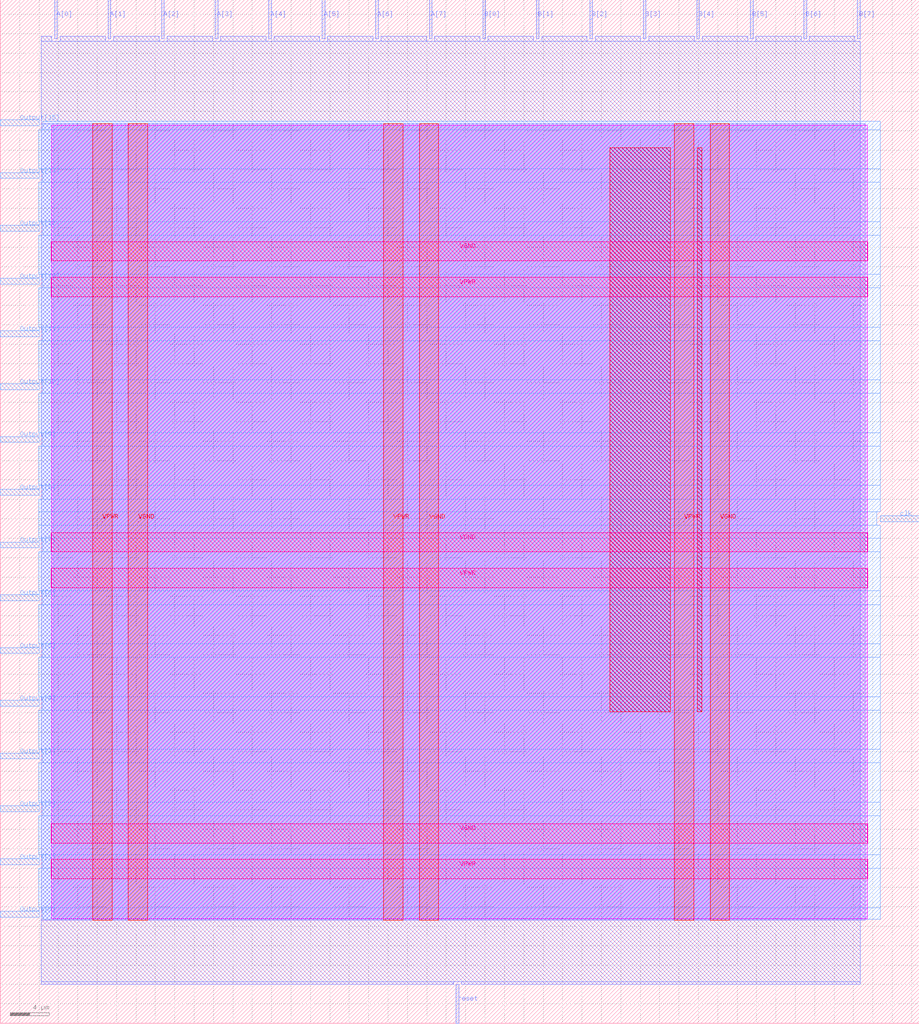
<source format=lef>
VERSION 5.7 ;
  NOWIREEXTENSIONATPIN ON ;
  DIVIDERCHAR "/" ;
  BUSBITCHARS "[]" ;
MACRO Top
  CLASS BLOCK ;
  FOREIGN Top ;
  ORIGIN 0.000 0.000 ;
  SIZE 94.785 BY 105.505 ;
  PIN A[0]
    DIRECTION INPUT ;
    USE SIGNAL ;
    ANTENNAGATEAREA 0.196500 ;
    PORT
      LAYER met2 ;
        RECT 5.610 101.505 5.890 105.505 ;
    END
  END A[0]
  PIN A[1]
    DIRECTION INPUT ;
    USE SIGNAL ;
    ANTENNAGATEAREA 0.196500 ;
    PORT
      LAYER met2 ;
        RECT 11.130 101.505 11.410 105.505 ;
    END
  END A[1]
  PIN A[2]
    DIRECTION INPUT ;
    USE SIGNAL ;
    ANTENNAGATEAREA 0.196500 ;
    PORT
      LAYER met2 ;
        RECT 16.650 101.505 16.930 105.505 ;
    END
  END A[2]
  PIN A[3]
    DIRECTION INPUT ;
    USE SIGNAL ;
    ANTENNAGATEAREA 0.196500 ;
    PORT
      LAYER met2 ;
        RECT 22.170 101.505 22.450 105.505 ;
    END
  END A[3]
  PIN A[4]
    DIRECTION INPUT ;
    USE SIGNAL ;
    ANTENNAGATEAREA 0.196500 ;
    PORT
      LAYER met2 ;
        RECT 27.690 101.505 27.970 105.505 ;
    END
  END A[4]
  PIN A[5]
    DIRECTION INPUT ;
    USE SIGNAL ;
    ANTENNAGATEAREA 0.196500 ;
    PORT
      LAYER met2 ;
        RECT 33.210 101.505 33.490 105.505 ;
    END
  END A[5]
  PIN A[6]
    DIRECTION INPUT ;
    USE SIGNAL ;
    ANTENNAGATEAREA 0.196500 ;
    PORT
      LAYER met2 ;
        RECT 38.730 101.505 39.010 105.505 ;
    END
  END A[6]
  PIN A[7]
    DIRECTION INPUT ;
    USE SIGNAL ;
    ANTENNAGATEAREA 0.196500 ;
    PORT
      LAYER met2 ;
        RECT 44.250 101.505 44.530 105.505 ;
    END
  END A[7]
  PIN B[0]
    DIRECTION INPUT ;
    USE SIGNAL ;
    ANTENNAGATEAREA 0.196500 ;
    PORT
      LAYER met2 ;
        RECT 49.770 101.505 50.050 105.505 ;
    END
  END B[0]
  PIN B[1]
    DIRECTION INPUT ;
    USE SIGNAL ;
    ANTENNAGATEAREA 0.196500 ;
    PORT
      LAYER met2 ;
        RECT 55.290 101.505 55.570 105.505 ;
    END
  END B[1]
  PIN B[2]
    DIRECTION INPUT ;
    USE SIGNAL ;
    ANTENNAGATEAREA 0.196500 ;
    PORT
      LAYER met2 ;
        RECT 60.810 101.505 61.090 105.505 ;
    END
  END B[2]
  PIN B[3]
    DIRECTION INPUT ;
    USE SIGNAL ;
    ANTENNAGATEAREA 0.196500 ;
    PORT
      LAYER met2 ;
        RECT 66.330 101.505 66.610 105.505 ;
    END
  END B[3]
  PIN B[4]
    DIRECTION INPUT ;
    USE SIGNAL ;
    ANTENNAGATEAREA 0.196500 ;
    PORT
      LAYER met2 ;
        RECT 71.850 101.505 72.130 105.505 ;
    END
  END B[4]
  PIN B[5]
    DIRECTION INPUT ;
    USE SIGNAL ;
    ANTENNAGATEAREA 0.196500 ;
    PORT
      LAYER met2 ;
        RECT 77.370 101.505 77.650 105.505 ;
    END
  END B[5]
  PIN B[6]
    DIRECTION INPUT ;
    USE SIGNAL ;
    ANTENNAGATEAREA 0.196500 ;
    PORT
      LAYER met2 ;
        RECT 82.890 101.505 83.170 105.505 ;
    END
  END B[6]
  PIN B[7]
    DIRECTION INPUT ;
    USE SIGNAL ;
    ANTENNAGATEAREA 0.196500 ;
    PORT
      LAYER met2 ;
        RECT 88.410 101.505 88.690 105.505 ;
    END
  END B[7]
  PIN Output[0]
    DIRECTION OUTPUT ;
    USE SIGNAL ;
    ANTENNADIFFAREA 0.340600 ;
    PORT
      LAYER met3 ;
        RECT 0.000 10.920 4.000 11.520 ;
    END
  END Output[0]
  PIN Output[10]
    DIRECTION OUTPUT ;
    USE SIGNAL ;
    ANTENNADIFFAREA 0.340600 ;
    PORT
      LAYER met3 ;
        RECT 0.000 65.320 4.000 65.920 ;
    END
  END Output[10]
  PIN Output[11]
    DIRECTION OUTPUT ;
    USE SIGNAL ;
    ANTENNADIFFAREA 0.340600 ;
    PORT
      LAYER met3 ;
        RECT 0.000 70.760 4.000 71.360 ;
    END
  END Output[11]
  PIN Output[12]
    DIRECTION OUTPUT ;
    USE SIGNAL ;
    ANTENNADIFFAREA 0.340600 ;
    PORT
      LAYER met3 ;
        RECT 0.000 76.200 4.000 76.800 ;
    END
  END Output[12]
  PIN Output[13]
    DIRECTION OUTPUT ;
    USE SIGNAL ;
    ANTENNADIFFAREA 0.340600 ;
    PORT
      LAYER met3 ;
        RECT 0.000 81.640 4.000 82.240 ;
    END
  END Output[13]
  PIN Output[14]
    DIRECTION OUTPUT ;
    USE SIGNAL ;
    ANTENNADIFFAREA 0.340600 ;
    PORT
      LAYER met3 ;
        RECT 0.000 87.080 4.000 87.680 ;
    END
  END Output[14]
  PIN Output[15]
    DIRECTION OUTPUT ;
    USE SIGNAL ;
    ANTENNADIFFAREA 0.340600 ;
    PORT
      LAYER met3 ;
        RECT 0.000 92.520 4.000 93.120 ;
    END
  END Output[15]
  PIN Output[1]
    DIRECTION OUTPUT ;
    USE SIGNAL ;
    ANTENNADIFFAREA 0.340600 ;
    PORT
      LAYER met3 ;
        RECT 0.000 16.360 4.000 16.960 ;
    END
  END Output[1]
  PIN Output[2]
    DIRECTION OUTPUT ;
    USE SIGNAL ;
    ANTENNADIFFAREA 0.340600 ;
    PORT
      LAYER met3 ;
        RECT 0.000 21.800 4.000 22.400 ;
    END
  END Output[2]
  PIN Output[3]
    DIRECTION OUTPUT ;
    USE SIGNAL ;
    ANTENNADIFFAREA 0.340600 ;
    PORT
      LAYER met3 ;
        RECT 0.000 27.240 4.000 27.840 ;
    END
  END Output[3]
  PIN Output[4]
    DIRECTION OUTPUT ;
    USE SIGNAL ;
    ANTENNADIFFAREA 0.340600 ;
    PORT
      LAYER met3 ;
        RECT 0.000 32.680 4.000 33.280 ;
    END
  END Output[4]
  PIN Output[5]
    DIRECTION OUTPUT ;
    USE SIGNAL ;
    ANTENNADIFFAREA 0.340600 ;
    PORT
      LAYER met3 ;
        RECT 0.000 38.120 4.000 38.720 ;
    END
  END Output[5]
  PIN Output[6]
    DIRECTION OUTPUT ;
    USE SIGNAL ;
    ANTENNADIFFAREA 0.340600 ;
    PORT
      LAYER met3 ;
        RECT 0.000 43.560 4.000 44.160 ;
    END
  END Output[6]
  PIN Output[7]
    DIRECTION OUTPUT ;
    USE SIGNAL ;
    ANTENNADIFFAREA 0.340600 ;
    PORT
      LAYER met3 ;
        RECT 0.000 49.000 4.000 49.600 ;
    END
  END Output[7]
  PIN Output[8]
    DIRECTION OUTPUT ;
    USE SIGNAL ;
    ANTENNADIFFAREA 0.340600 ;
    PORT
      LAYER met3 ;
        RECT 0.000 54.440 4.000 55.040 ;
    END
  END Output[8]
  PIN Output[9]
    DIRECTION OUTPUT ;
    USE SIGNAL ;
    ANTENNADIFFAREA 0.340600 ;
    PORT
      LAYER met3 ;
        RECT 0.000 59.880 4.000 60.480 ;
    END
  END Output[9]
  PIN VGND
    DIRECTION INOUT ;
    USE GROUND ;
    PORT
      LAYER met4 ;
        RECT 13.220 10.640 15.220 92.720 ;
    END
    PORT
      LAYER met4 ;
        RECT 43.220 10.640 45.220 92.720 ;
    END
    PORT
      LAYER met4 ;
        RECT 73.220 10.640 75.220 92.720 ;
    END
    PORT
      LAYER met5 ;
        RECT 5.280 18.580 89.480 20.580 ;
    END
    PORT
      LAYER met5 ;
        RECT 5.280 48.580 89.480 50.580 ;
    END
    PORT
      LAYER met5 ;
        RECT 5.280 78.580 89.480 80.580 ;
    END
  END VGND
  PIN VPWR
    DIRECTION INOUT ;
    USE POWER ;
    PORT
      LAYER met4 ;
        RECT 9.520 10.640 11.520 92.720 ;
    END
    PORT
      LAYER met4 ;
        RECT 39.520 10.640 41.520 92.720 ;
    END
    PORT
      LAYER met4 ;
        RECT 69.520 10.640 71.520 92.720 ;
    END
    PORT
      LAYER met5 ;
        RECT 5.280 14.880 89.480 16.880 ;
    END
    PORT
      LAYER met5 ;
        RECT 5.280 44.880 89.480 46.880 ;
    END
    PORT
      LAYER met5 ;
        RECT 5.280 74.880 89.480 76.880 ;
    END
  END VPWR
  PIN clk
    DIRECTION INPUT ;
    USE SIGNAL ;
    ANTENNAGATEAREA 0.852000 ;
    PORT
      LAYER met3 ;
        RECT 90.785 51.720 94.785 52.320 ;
    END
  END clk
  PIN reset
    DIRECTION INPUT ;
    USE SIGNAL ;
    ANTENNAGATEAREA 0.990000 ;
    PORT
      LAYER met2 ;
        RECT 47.010 0.000 47.290 4.000 ;
    END
  END reset
  OBS
      LAYER nwell ;
        RECT 5.330 10.795 89.430 92.565 ;
      LAYER li1 ;
        RECT 5.520 10.795 89.240 92.565 ;
      LAYER met1 ;
        RECT 4.210 10.640 89.240 92.720 ;
      LAYER met2 ;
        RECT 4.230 101.225 5.330 101.730 ;
        RECT 6.170 101.225 10.850 101.730 ;
        RECT 11.690 101.225 16.370 101.730 ;
        RECT 17.210 101.225 21.890 101.730 ;
        RECT 22.730 101.225 27.410 101.730 ;
        RECT 28.250 101.225 32.930 101.730 ;
        RECT 33.770 101.225 38.450 101.730 ;
        RECT 39.290 101.225 43.970 101.730 ;
        RECT 44.810 101.225 49.490 101.730 ;
        RECT 50.330 101.225 55.010 101.730 ;
        RECT 55.850 101.225 60.530 101.730 ;
        RECT 61.370 101.225 66.050 101.730 ;
        RECT 66.890 101.225 71.570 101.730 ;
        RECT 72.410 101.225 77.090 101.730 ;
        RECT 77.930 101.225 82.610 101.730 ;
        RECT 83.450 101.225 88.130 101.730 ;
        RECT 4.230 4.280 88.680 101.225 ;
        RECT 4.230 4.000 46.730 4.280 ;
        RECT 47.570 4.000 88.680 4.280 ;
      LAYER met3 ;
        RECT 4.400 92.120 90.785 92.985 ;
        RECT 3.990 88.080 90.785 92.120 ;
        RECT 4.400 86.680 90.785 88.080 ;
        RECT 3.990 82.640 90.785 86.680 ;
        RECT 4.400 81.240 90.785 82.640 ;
        RECT 3.990 77.200 90.785 81.240 ;
        RECT 4.400 75.800 90.785 77.200 ;
        RECT 3.990 71.760 90.785 75.800 ;
        RECT 4.400 70.360 90.785 71.760 ;
        RECT 3.990 66.320 90.785 70.360 ;
        RECT 4.400 64.920 90.785 66.320 ;
        RECT 3.990 60.880 90.785 64.920 ;
        RECT 4.400 59.480 90.785 60.880 ;
        RECT 3.990 55.440 90.785 59.480 ;
        RECT 4.400 54.040 90.785 55.440 ;
        RECT 3.990 52.720 90.785 54.040 ;
        RECT 3.990 51.320 90.385 52.720 ;
        RECT 3.990 50.000 90.785 51.320 ;
        RECT 4.400 48.600 90.785 50.000 ;
        RECT 3.990 44.560 90.785 48.600 ;
        RECT 4.400 43.160 90.785 44.560 ;
        RECT 3.990 39.120 90.785 43.160 ;
        RECT 4.400 37.720 90.785 39.120 ;
        RECT 3.990 33.680 90.785 37.720 ;
        RECT 4.400 32.280 90.785 33.680 ;
        RECT 3.990 28.240 90.785 32.280 ;
        RECT 4.400 26.840 90.785 28.240 ;
        RECT 3.990 22.800 90.785 26.840 ;
        RECT 4.400 21.400 90.785 22.800 ;
        RECT 3.990 17.360 90.785 21.400 ;
        RECT 4.400 15.960 90.785 17.360 ;
        RECT 3.990 11.920 90.785 15.960 ;
        RECT 4.400 10.715 90.785 11.920 ;
      LAYER met4 ;
        RECT 62.855 32.135 69.120 90.265 ;
        RECT 71.920 32.135 72.385 90.265 ;
  END
END Top
END LIBRARY


</source>
